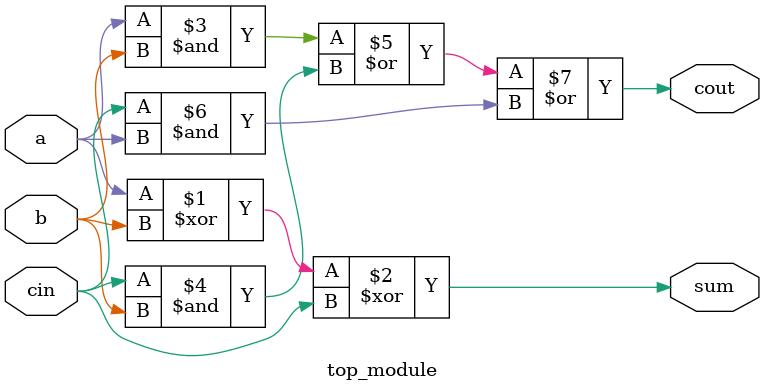
<source format=v>
module top_module( 
    input a, b, cin,
    output cout, sum );
    
    assign sum = a ^ b ^ cin;
    assign cout = a&b | cin&b | cin&a;

endmodule
</source>
